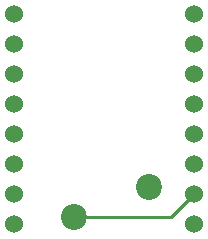
<source format=gbr>
%TF.GenerationSoftware,KiCad,Pcbnew,(5.99.0-9696-gdf2154a87a)*%
%TF.CreationDate,2021-08-30T13:51:51+09:00*%
%TF.ProjectId,tinypicokey,74696e79-7069-4636-9f6b-65792e6b6963,rev?*%
%TF.SameCoordinates,Original*%
%TF.FileFunction,Copper,L1,Top*%
%TF.FilePolarity,Positive*%
%FSLAX46Y46*%
G04 Gerber Fmt 4.6, Leading zero omitted, Abs format (unit mm)*
G04 Created by KiCad (PCBNEW (5.99.0-9696-gdf2154a87a)) date 2021-08-30 13:51:51*
%MOMM*%
%LPD*%
G01*
G04 APERTURE LIST*
%TA.AperFunction,ComponentPad*%
%ADD10C,2.200000*%
%TD*%
%TA.AperFunction,ComponentPad*%
%ADD11C,1.524000*%
%TD*%
%TA.AperFunction,Conductor*%
%ADD12C,0.250000*%
%TD*%
G04 APERTURE END LIST*
D10*
%TO.P,SW1,1,1*%
%TO.N,Net-(SW1-Pad1)*%
X99780000Y-96250000D03*
%TO.P,SW1,2,2*%
%TO.N,GND*%
X106130000Y-93710000D03*
%TD*%
D11*
%TO.P,U1,1,VBUS*%
%TO.N,N/C*%
X94680000Y-79060000D03*
%TO.P,U1,2,GND*%
X94680000Y-81600000D03*
%TO.P,U1,3,3V3*%
X94680000Y-84140000D03*
%TO.P,U1,4,GP29*%
X94680000Y-86680000D03*
%TO.P,U1,5,GP28*%
X94680000Y-89220000D03*
%TO.P,U1,6,GP27*%
X94680000Y-91760000D03*
%TO.P,U1,7,GP26*%
X94680000Y-94300000D03*
%TO.P,U1,8,GND*%
%TO.N,GND*%
X94680000Y-96840000D03*
%TO.P,U1,9,GP7*%
%TO.N,N/C*%
X109920000Y-96840000D03*
%TO.P,U1,10,GP6*%
%TO.N,Net-(SW1-Pad1)*%
X109920000Y-94300000D03*
%TO.P,U1,11,GP5*%
%TO.N,N/C*%
X109920000Y-91760000D03*
%TO.P,U1,12,GP4*%
X109920000Y-89220000D03*
%TO.P,U1,13,GP3*%
X109920000Y-86680000D03*
%TO.P,U1,14,GP2*%
X109920000Y-84140000D03*
%TO.P,U1,15,GP1*%
X109920000Y-81600000D03*
%TO.P,U1,16,GP0*%
X109920000Y-79060000D03*
%TD*%
D12*
%TO.N,Net-(SW1-Pad1)*%
X107970000Y-96250000D02*
X109920000Y-94300000D01*
X99780000Y-96250000D02*
X100385032Y-96250000D01*
X99780000Y-96250000D02*
X107970000Y-96250000D01*
%TD*%
M02*

</source>
